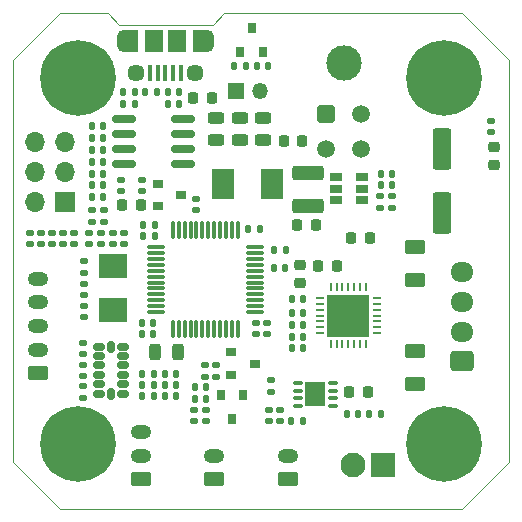
<source format=gbr>
G04 #@! TF.GenerationSoftware,KiCad,Pcbnew,(6.0.5)*
G04 #@! TF.CreationDate,2022-09-26T13:26:44+02:00*
G04 #@! TF.ProjectId,Huvud,48757675-642e-46b6-9963-61645f706362,rev?*
G04 #@! TF.SameCoordinates,PXad91980PY876bf80*
G04 #@! TF.FileFunction,Soldermask,Top*
G04 #@! TF.FilePolarity,Negative*
%FSLAX46Y46*%
G04 Gerber Fmt 4.6, Leading zero omitted, Abs format (unit mm)*
G04 Created by KiCad (PCBNEW (6.0.5)) date 2022-09-26 13:26:44*
%MOMM*%
%LPD*%
G01*
G04 APERTURE LIST*
G04 Aperture macros list*
%AMRoundRect*
0 Rectangle with rounded corners*
0 $1 Rounding radius*
0 $2 $3 $4 $5 $6 $7 $8 $9 X,Y pos of 4 corners*
0 Add a 4 corners polygon primitive as box body*
4,1,4,$2,$3,$4,$5,$6,$7,$8,$9,$2,$3,0*
0 Add four circle primitives for the rounded corners*
1,1,$1+$1,$2,$3*
1,1,$1+$1,$4,$5*
1,1,$1+$1,$6,$7*
1,1,$1+$1,$8,$9*
0 Add four rect primitives between the rounded corners*
20,1,$1+$1,$2,$3,$4,$5,0*
20,1,$1+$1,$4,$5,$6,$7,0*
20,1,$1+$1,$6,$7,$8,$9,0*
20,1,$1+$1,$8,$9,$2,$3,0*%
G04 Aperture macros list end*
G04 #@! TA.AperFunction,Profile*
%ADD10C,0.100000*%
G04 #@! TD*
G04 #@! TA.AperFunction,Profile*
%ADD11C,0.050000*%
G04 #@! TD*
%ADD12RoundRect,0.147500X0.172500X-0.147500X0.172500X0.147500X-0.172500X0.147500X-0.172500X-0.147500X0*%
%ADD13RoundRect,0.147500X-0.147500X-0.172500X0.147500X-0.172500X0.147500X0.172500X-0.147500X0.172500X0*%
%ADD14R,2.400000X2.000000*%
%ADD15RoundRect,0.147500X0.147500X0.172500X-0.147500X0.172500X-0.147500X-0.172500X0.147500X-0.172500X0*%
%ADD16RoundRect,0.147500X-0.172500X0.147500X-0.172500X-0.147500X0.172500X-0.147500X0.172500X0.147500X0*%
%ADD17RoundRect,0.075000X-0.662500X-0.075000X0.662500X-0.075000X0.662500X0.075000X-0.662500X0.075000X0*%
%ADD18RoundRect,0.075000X-0.075000X-0.662500X0.075000X-0.662500X0.075000X0.662500X-0.075000X0.662500X0*%
%ADD19RoundRect,0.243750X0.243750X0.456250X-0.243750X0.456250X-0.243750X-0.456250X0.243750X-0.456250X0*%
%ADD20RoundRect,0.250000X0.625000X-0.350000X0.625000X0.350000X-0.625000X0.350000X-0.625000X-0.350000X0*%
%ADD21O,1.750000X1.200000*%
%ADD22R,0.900000X0.800000*%
%ADD23C,6.400000*%
%ADD24C,0.800000*%
%ADD25RoundRect,0.218750X0.218750X0.256250X-0.218750X0.256250X-0.218750X-0.256250X0.218750X-0.256250X0*%
%ADD26RoundRect,0.218750X-0.218750X-0.256250X0.218750X-0.256250X0.218750X0.256250X-0.218750X0.256250X0*%
%ADD27RoundRect,0.250000X-0.625000X0.375000X-0.625000X-0.375000X0.625000X-0.375000X0.625000X0.375000X0*%
%ADD28RoundRect,0.250000X0.625000X-0.375000X0.625000X0.375000X-0.625000X0.375000X-0.625000X-0.375000X0*%
%ADD29R,0.400000X1.350000*%
%ADD30R,1.200000X1.900000*%
%ADD31O,1.200000X1.900000*%
%ADD32R,1.500000X1.900000*%
%ADD33C,1.450000*%
%ADD34R,1.700000X1.700000*%
%ADD35O,1.700000X1.700000*%
%ADD36R,0.203200X0.762000*%
%ADD37R,0.762000X0.203200*%
%ADD38R,3.600000X3.600000*%
%ADD39RoundRect,0.075000X-0.325000X-0.075000X0.325000X-0.075000X0.325000X0.075000X-0.325000X0.075000X0*%
%ADD40R,1.700000X2.050000*%
%ADD41RoundRect,0.250000X-1.075000X0.375000X-1.075000X-0.375000X1.075000X-0.375000X1.075000X0.375000X0*%
%ADD42RoundRect,0.243750X0.456250X-0.243750X0.456250X0.243750X-0.456250X0.243750X-0.456250X-0.243750X0*%
%ADD43R,1.060000X0.650000*%
%ADD44R,1.900000X2.500000*%
%ADD45R,2.100000X2.100000*%
%ADD46C,2.100000*%
%ADD47RoundRect,0.250000X-0.550000X1.500000X-0.550000X-1.500000X0.550000X-1.500000X0.550000X1.500000X0*%
%ADD48RoundRect,0.249600X-0.550400X1.500400X-0.550400X-1.500400X0.550400X-1.500400X0.550400X1.500400X0*%
%ADD49RoundRect,0.250000X0.725000X-0.600000X0.725000X0.600000X-0.725000X0.600000X-0.725000X-0.600000X0*%
%ADD50O,1.950000X1.700000*%
%ADD51C,3.000000*%
%ADD52RoundRect,0.250001X-0.499999X-0.499999X0.499999X-0.499999X0.499999X0.499999X-0.499999X0.499999X0*%
%ADD53C,1.500000*%
%ADD54RoundRect,0.218750X0.256250X-0.218750X0.256250X0.218750X-0.256250X0.218750X-0.256250X-0.218750X0*%
%ADD55RoundRect,0.218750X-0.256250X0.218750X-0.256250X-0.218750X0.256250X-0.218750X0.256250X0.218750X0*%
%ADD56RoundRect,0.150000X-0.825000X-0.150000X0.825000X-0.150000X0.825000X0.150000X-0.825000X0.150000X0*%
%ADD57R,0.800000X0.900000*%
%ADD58RoundRect,0.150000X-0.325000X-0.150000X0.325000X-0.150000X0.325000X0.150000X-0.325000X0.150000X0*%
%ADD59RoundRect,0.150000X-0.150000X-0.325000X0.150000X-0.325000X0.150000X0.325000X-0.150000X0.325000X0*%
%ADD60R,1.350000X1.350000*%
%ADD61O,1.350000X1.350000*%
%ADD62RoundRect,0.140000X-0.170000X0.140000X-0.170000X-0.140000X0.170000X-0.140000X0.170000X0.140000X0*%
G04 APERTURE END LIST*
D10*
X42000000Y38000000D02*
X42000000Y4000000D01*
D11*
X4000000Y42000000D02*
X8000000Y42000000D01*
X17900000Y42000000D02*
X38000000Y42000000D01*
D10*
X9000000Y41000000D02*
X8000000Y42000000D01*
D11*
X4000000Y0D02*
X0Y4000000D01*
X38000000Y42000000D02*
X42000000Y38000000D01*
D10*
X17900000Y42000000D02*
X16900000Y41000000D01*
X16900000Y41000000D02*
X9000000Y41000000D01*
D11*
X0Y38000000D02*
X4000000Y42000000D01*
D10*
X0Y4000000D02*
X0Y38000000D01*
D11*
X38000000Y0D02*
X42000000Y4000000D01*
D10*
X38000000Y0D02*
X4000000Y0D01*
D12*
X6050000Y16215000D03*
X6050000Y17185000D03*
D13*
X12830000Y10475000D03*
X13800000Y10475000D03*
D14*
X8450000Y16850000D03*
X8450000Y20550000D03*
D13*
X11015000Y23100000D03*
X11985000Y23100000D03*
D15*
X20885000Y23700000D03*
X19915000Y23700000D03*
D13*
X6665000Y28400000D03*
X7635000Y28400000D03*
D16*
X6050000Y20985000D03*
X6050000Y20015000D03*
D15*
X7635000Y32400000D03*
X6665000Y32400000D03*
D17*
X12121100Y22166900D03*
X12121100Y21666900D03*
X12121100Y21166900D03*
X12121100Y20666900D03*
X12121100Y20166900D03*
X12121100Y19666900D03*
X12121100Y19166900D03*
X12121100Y18666900D03*
X12121100Y18166900D03*
X12121100Y17666900D03*
X12121100Y17166900D03*
X12121100Y16666900D03*
D18*
X13533600Y15254400D03*
X14033600Y15254400D03*
X14533600Y15254400D03*
X15033600Y15254400D03*
X15533600Y15254400D03*
X16033600Y15254400D03*
X16533600Y15254400D03*
X17033600Y15254400D03*
X17533600Y15254400D03*
X18033600Y15254400D03*
X18533600Y15254400D03*
X19033600Y15254400D03*
D17*
X20446100Y16666900D03*
X20446100Y17166900D03*
X20446100Y17666900D03*
X20446100Y18166900D03*
X20446100Y18666900D03*
X20446100Y19166900D03*
X20446100Y19666900D03*
X20446100Y20166900D03*
X20446100Y20666900D03*
X20446100Y21166900D03*
X20446100Y21666900D03*
X20446100Y22166900D03*
D18*
X19033600Y23579400D03*
X18533600Y23579400D03*
X18033600Y23579400D03*
X17533600Y23579400D03*
X17033600Y23579400D03*
X16533600Y23579400D03*
X16033600Y23579400D03*
X15533600Y23579400D03*
X15033600Y23579400D03*
X14533600Y23579400D03*
X14033600Y23579400D03*
X13533600Y23579400D03*
D13*
X11015000Y24050000D03*
X11985000Y24050000D03*
D19*
X13937500Y13300000D03*
X12062500Y13300000D03*
D13*
X6665000Y31400000D03*
X7635000Y31400000D03*
X9315000Y34300000D03*
X10285000Y34300000D03*
D20*
X2100000Y11500000D03*
D21*
X2100000Y13500000D03*
X2100000Y15500000D03*
X2100000Y17500000D03*
X2100000Y19500000D03*
D16*
X3300000Y23385000D03*
X3300000Y22415000D03*
D12*
X20550000Y14815000D03*
X20550000Y15785000D03*
X21500000Y14815000D03*
X21500000Y15785000D03*
D13*
X6665000Y29400000D03*
X7635000Y29400000D03*
D15*
X7635000Y30400000D03*
X6665000Y30400000D03*
D12*
X16250000Y11215000D03*
X16250000Y12185000D03*
X21650000Y7435000D03*
X21650000Y8405000D03*
D13*
X28265000Y8000000D03*
X29235000Y8000000D03*
D22*
X18450000Y13250000D03*
X18450000Y11350000D03*
X20450000Y12300000D03*
D12*
X15350000Y7415000D03*
X15350000Y8385000D03*
X22600000Y7435000D03*
X22600000Y8405000D03*
D20*
X23250000Y2500000D03*
D21*
X23250000Y4500000D03*
D23*
X36500000Y36500000D03*
D24*
X38900000Y36500000D03*
X34802944Y34802944D03*
X38197056Y34802944D03*
X36500000Y38900000D03*
X38197056Y38197056D03*
X36500000Y34100000D03*
X34100000Y36500000D03*
X34802944Y38197056D03*
X36500000Y7900000D03*
X34802944Y3802944D03*
X36500000Y3100000D03*
X34100000Y5500000D03*
X38197056Y7197056D03*
X38197056Y3802944D03*
D23*
X36500000Y5500000D03*
D24*
X34802944Y7197056D03*
X38900000Y5500000D03*
D15*
X24585000Y17800000D03*
X23615000Y17800000D03*
X24585000Y13600000D03*
X23615000Y13600000D03*
D25*
X30187500Y22950000D03*
X28612500Y22950000D03*
D26*
X25812500Y20600000D03*
X27387500Y20600000D03*
D25*
X30037500Y9900000D03*
X28462500Y9900000D03*
D27*
X34050000Y22200000D03*
X34050000Y19400000D03*
D28*
X34050000Y10600000D03*
X34050000Y13400000D03*
D15*
X13800000Y9525000D03*
X12830000Y9525000D03*
D20*
X10850000Y2500000D03*
D21*
X10850000Y4500000D03*
X10850000Y6500000D03*
D15*
X24585000Y16600000D03*
X23615000Y16600000D03*
D29*
X14200000Y36937500D03*
X13550000Y36937500D03*
X12900000Y36937500D03*
X12250000Y36937500D03*
X11600000Y36937500D03*
D30*
X10000000Y39637500D03*
D31*
X9400000Y39637500D03*
D32*
X13900000Y39637500D03*
D33*
X10400000Y36937500D03*
D31*
X16400000Y39637500D03*
D30*
X15800000Y39637500D03*
D33*
X15400000Y36937500D03*
D32*
X11900000Y39637500D03*
D24*
X7900000Y5500000D03*
X5500000Y7900000D03*
X7197056Y3802944D03*
X3100000Y5500000D03*
X7197056Y7197056D03*
X3802944Y3802944D03*
D23*
X5500000Y5500000D03*
D24*
X3802944Y7197056D03*
X5500000Y3100000D03*
D34*
X4388500Y26024000D03*
D35*
X1848500Y26024000D03*
X4388500Y28564000D03*
X1848500Y28564000D03*
X4388500Y31104000D03*
X1848500Y31104000D03*
D24*
X7197056Y34802944D03*
X5500000Y34100000D03*
X3100000Y36500000D03*
D23*
X5500000Y36500000D03*
D24*
X3802944Y34802944D03*
X7197056Y38197056D03*
X7900000Y36500000D03*
X5500000Y38900000D03*
X3802944Y38197056D03*
D12*
X16300000Y7415000D03*
X16300000Y8385000D03*
D15*
X31135000Y8000000D03*
X30165000Y8000000D03*
D20*
X17050000Y2500000D03*
D21*
X17050000Y4500000D03*
D12*
X2350000Y22415000D03*
X2350000Y23385000D03*
D16*
X17200000Y12185000D03*
X17200000Y11215000D03*
D36*
X29887800Y18800900D03*
X29387801Y18800900D03*
X28887799Y18800900D03*
X28387800Y18800900D03*
X27887801Y18800900D03*
X27387799Y18800900D03*
X26887800Y18800900D03*
D37*
X25962100Y17875200D03*
X25962100Y17375201D03*
X25962100Y16875199D03*
X25962100Y16375200D03*
X25962100Y15875201D03*
X25962100Y15375199D03*
X25962100Y14875200D03*
D36*
X26887800Y13949500D03*
X27387799Y13949500D03*
X27887801Y13949500D03*
X28387800Y13949500D03*
X28887799Y13949500D03*
X29387801Y13949500D03*
X29887800Y13949500D03*
D37*
X30813500Y14875200D03*
X30813500Y15375199D03*
X30813500Y15875201D03*
X30813500Y16375200D03*
X30813500Y16875199D03*
X30813500Y17375201D03*
X30813500Y17875200D03*
D38*
X28387800Y16375200D03*
D12*
X7700000Y24315000D03*
X7700000Y25285000D03*
D15*
X7635000Y27400000D03*
X6665000Y27400000D03*
X7635000Y26400000D03*
X6665000Y26400000D03*
X24585000Y15600000D03*
X23615000Y15600000D03*
D13*
X23615000Y14600000D03*
X24585000Y14600000D03*
D39*
X24150000Y10675000D03*
X24150000Y10025000D03*
X24150000Y9375000D03*
X24150000Y8725000D03*
D40*
X25600000Y9700000D03*
D39*
X27050000Y8725000D03*
X27050000Y10675000D03*
X27050000Y10025000D03*
X27050000Y9375000D03*
D13*
X23565000Y7450000D03*
X24535000Y7450000D03*
D41*
X24950000Y28480000D03*
X24950000Y25680000D03*
D42*
X19200000Y31262500D03*
X19200000Y33137500D03*
D43*
X27370000Y28070000D03*
X27370000Y27120000D03*
X27370000Y26170000D03*
X29570000Y26170000D03*
X29570000Y27120000D03*
X29570000Y28070000D03*
D42*
X17200000Y31262500D03*
X17200000Y33137500D03*
X21200000Y31262500D03*
X21200000Y33137500D03*
D25*
X25637500Y24050000D03*
X24062500Y24050000D03*
D26*
X22912500Y31150000D03*
X24487500Y31150000D03*
D12*
X1400000Y22415000D03*
X1400000Y23385000D03*
D16*
X32100000Y26485000D03*
X32100000Y25515000D03*
D13*
X31115000Y27450000D03*
X32085000Y27450000D03*
D15*
X32085000Y28400000D03*
X31115000Y28400000D03*
D16*
X31100000Y26485000D03*
X31100000Y25515000D03*
D44*
X21900000Y27550000D03*
X17800000Y27550000D03*
D12*
X9100000Y26915000D03*
X9100000Y27885000D03*
D45*
X31300000Y3750000D03*
D46*
X28760000Y3750000D03*
D47*
X36350000Y30450000D03*
D48*
X36350000Y25050000D03*
D16*
X6700000Y25285000D03*
X6700000Y24315000D03*
D13*
X10915000Y14800000D03*
X11885000Y14800000D03*
X10915000Y15750000D03*
X11885000Y15750000D03*
D49*
X38038500Y12524000D03*
D50*
X38038500Y15024000D03*
X38038500Y17524000D03*
X38038500Y20024000D03*
D15*
X10285000Y35300000D03*
X9315000Y35300000D03*
D13*
X13115000Y35300000D03*
X14085000Y35300000D03*
X11215000Y35300000D03*
X12185000Y35300000D03*
D15*
X14085000Y34300000D03*
X13115000Y34300000D03*
X13800000Y11425000D03*
X12830000Y11425000D03*
D51*
X28000000Y37770000D03*
D52*
X26500000Y33450000D03*
D53*
X29500000Y33450000D03*
X26500000Y30450000D03*
X29500000Y30450000D03*
D54*
X24300000Y19112500D03*
X24300000Y20687500D03*
D55*
X40700000Y30687500D03*
X40700000Y29112500D03*
D56*
X9425000Y33005000D03*
X9425000Y31735000D03*
X9425000Y30465000D03*
X9425000Y29195000D03*
X14375000Y29195000D03*
X14375000Y30465000D03*
X14375000Y31735000D03*
X14375000Y33005000D03*
D57*
X19250000Y38700000D03*
X21150000Y38700000D03*
X20200000Y40700000D03*
D13*
X20615000Y37500000D03*
X21585000Y37500000D03*
X18715000Y37500000D03*
X19685000Y37500000D03*
D16*
X9400000Y23385000D03*
X9400000Y22415000D03*
X6450000Y23385000D03*
X6450000Y22415000D03*
X7450000Y23395000D03*
X7450000Y22425000D03*
D12*
X8440000Y22425000D03*
X8440000Y23395000D03*
X4250000Y22415000D03*
X4250000Y23385000D03*
X5200000Y22415000D03*
X5200000Y23385000D03*
D58*
X7300000Y13750000D03*
X7300000Y12950000D03*
X7300000Y12150000D03*
X7300000Y11350000D03*
X7300000Y10550000D03*
X7300000Y9750000D03*
D59*
X8300000Y9750000D03*
D58*
X9300000Y9750000D03*
X9300000Y10550000D03*
X9300000Y11350000D03*
X9300000Y12150000D03*
X9300000Y12950000D03*
X9300000Y13750000D03*
D59*
X8300000Y13750000D03*
D16*
X10950000Y27885000D03*
X10950000Y26915000D03*
D26*
X9262500Y25700000D03*
X10837500Y25700000D03*
D12*
X5900000Y13115000D03*
X5900000Y14085000D03*
D22*
X12250000Y27550000D03*
X12250000Y25650000D03*
X14250000Y26600000D03*
D57*
X19500000Y9650000D03*
X17600000Y9650000D03*
X18550000Y7650000D03*
D15*
X16335000Y10300000D03*
X15365000Y10300000D03*
D13*
X15365000Y9350000D03*
X16335000Y9350000D03*
D12*
X6050000Y18115000D03*
X6050000Y19085000D03*
D13*
X22115000Y21950000D03*
X23085000Y21950000D03*
D12*
X15500000Y25315000D03*
X15500000Y26285000D03*
D16*
X21800000Y10885000D03*
X21800000Y9915000D03*
D13*
X10950000Y11425000D03*
X11920000Y11425000D03*
D15*
X11920000Y10475000D03*
X10950000Y10475000D03*
D13*
X10950000Y9525000D03*
X11920000Y9525000D03*
D26*
X15262500Y34800000D03*
X16837500Y34800000D03*
D13*
X22065000Y20400000D03*
X23035000Y20400000D03*
D60*
X18900000Y35400000D03*
D61*
X20900000Y35400000D03*
D12*
X40500000Y31915000D03*
X40500000Y32885000D03*
D62*
X5900000Y12230000D03*
X5900000Y11270000D03*
X5900000Y10380000D03*
X5900000Y9420000D03*
M02*

</source>
